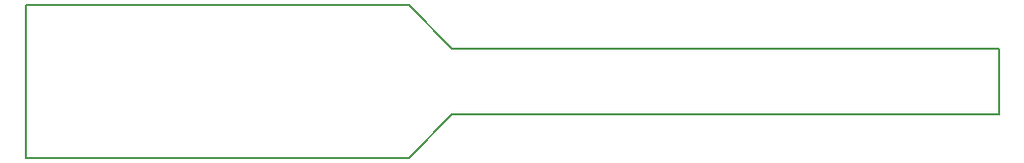
<source format=gbr>
%FSLAX34Y34*%
G04 Gerber Fmt 3.4, Leading zero omitted, Abs format*
G04 (created by PCBNEW (2014-02-28 BZR 4729)-product) date Mon 03 Mar 2014 11:35:53 AM CET*
%MOIN*%
G01*
G70*
G90*
G04 APERTURE LIST*
%ADD10C,0.005906*%
%ADD11C,0.007874*%
G04 APERTURE END LIST*
G54D10*
G54D11*
X25393Y-43818D02*
X43700Y-43818D01*
X25393Y-41614D02*
X43700Y-41614D01*
X11102Y-40157D02*
X11102Y-45275D01*
X11102Y-45275D02*
X23937Y-45275D01*
X11102Y-40157D02*
X23937Y-40157D01*
X23937Y-45275D02*
X25393Y-43818D01*
X23937Y-40157D02*
X25393Y-41614D01*
X43700Y-43818D02*
X43700Y-41614D01*
M02*

</source>
